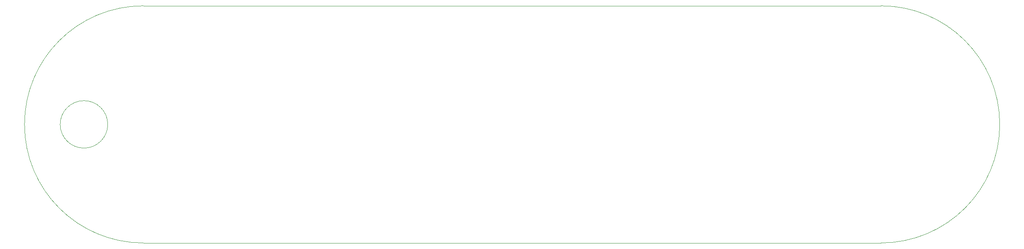
<source format=gbr>
%TF.GenerationSoftware,KiCad,Pcbnew,(5.1.9-0-10_14)*%
%TF.CreationDate,2024-01-14T18:13:30-08:00*%
%TF.ProjectId,Palette,50616c65-7474-4652-9e6b-696361645f70,rev?*%
%TF.SameCoordinates,Original*%
%TF.FileFunction,Profile,NP*%
%FSLAX46Y46*%
G04 Gerber Fmt 4.6, Leading zero omitted, Abs format (unit mm)*
G04 Created by KiCad (PCBNEW (5.1.9-0-10_14)) date 2024-01-14 18:13:30*
%MOMM*%
%LPD*%
G01*
G04 APERTURE LIST*
%TA.AperFunction,Profile*%
%ADD10C,0.050000*%
%TD*%
G04 APERTURE END LIST*
D10*
X225298000Y-51308000D02*
X230378000Y-51308000D01*
X225298000Y-102108000D02*
X230378000Y-102108000D01*
X194818000Y-102108000D02*
X225298000Y-102108000D01*
X194818000Y-51308000D02*
X225298000Y-51308000D01*
X164338000Y-102108000D02*
X194818000Y-102108000D01*
X164338000Y-51308000D02*
X194818000Y-51308000D01*
X133858000Y-102108000D02*
X164338000Y-102108000D01*
X133858000Y-51308000D02*
X164338000Y-51308000D01*
X103378000Y-102108000D02*
X133858000Y-102108000D01*
X103378000Y-51308000D02*
X133858000Y-51308000D01*
X72898000Y-102108000D02*
X103378000Y-102108000D01*
X72898000Y-51308000D02*
X103378000Y-51308000D01*
X65278000Y-76708000D02*
G75*
G03*
X65278000Y-76708000I-5080000J0D01*
G01*
X255778000Y-76708000D02*
G75*
G02*
X230378000Y-102108000I-25400000J0D01*
G01*
X230378000Y-51308000D02*
G75*
G02*
X255778000Y-76708000I0J-25400000D01*
G01*
X47498000Y-76708000D02*
G75*
G02*
X72898000Y-51308000I25400000J0D01*
G01*
X72898000Y-102108000D02*
G75*
G02*
X47498000Y-76708000I0J25400000D01*
G01*
M02*

</source>
